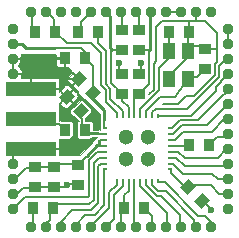
<source format=gbr>
%FSLAX23Y23*%
%MOMM*%
G04 EasyPC Gerber Version 16.0.6 Build 3249 *
%AMT70*0 Rounded Rectangle Pad at angle 0*4,1,12,-0.40000,-0.50000,0.40000,-0.50000,0.43540,-0.48540,0.45000,-0.45000,0.45000,0.45000,0.43540,0.48540,0.40000,0.50000,-0.40000,0.50000,-0.43540,0.48540,-0.45000,0.45000,-0.45000,-0.45000,-0.43540,-0.48540,-0.40000,-0.50000,0*%
%ADD70T70*%
%AMT22*0 Rounded Rectangle Pad at angle 90*4,1,12,0.50000,-0.40000,0.50000,0.40000,0.48540,0.43540,0.45000,0.45000,-0.45000,0.45000,-0.48540,0.43540,-0.50000,0.40000,-0.50000,-0.40000,-0.48540,-0.43540,-0.45000,-0.45000,0.45000,-0.45000,0.48540,-0.43540,0.50000,-0.40000,0*%
%ADD22T22*%
%AMT126*0 Rounded Rectangle Pad at angle 135*4,1,12,0.63640,0.07070,0.07070,0.63640,0.03540,0.65100,0.00000,0.63640,-0.63640,0.00000,-0.65110,-0.03530,-0.63640,-0.07070,-0.07070,-0.63640,-0.03540,-0.65100,0.00000,-0.63640,0.63640,0.00000,0.65110,0.03530,0.63640,0.07070,0*%
%ADD126T126*%
%ADD118R,0.25000X0.40000*%
%ADD123R,1.00000X1.40000*%
%ADD10C,0.10000*%
%ADD80C,0.12700*%
%ADD107C,0.15000*%
%ADD15C,0.25400*%
%ADD99C,0.60000*%
%ADD128C,0.95000*%
%ADD117C,1.30000*%
%ADD119R,0.40000X0.25000*%
%ADD127R,4.20000X1.20000*%
X0Y0D02*
D02*
D10*
X9686Y17375D02*
G75*
G02X9444Y16380I-686J-360D01*
G01*
G75*
G02X9681Y15375I-444J-635*
G01*
X12850*
Y14188*
X13375Y14712*
G75*
G02X13694I160J-160*
G01*
X14435Y13971*
G75*
G02Y13652I-160J-160*
G01*
X13623Y12840*
G75*
G02X13304I-160J160*
G01*
X12900Y13244*
Y11750*
G75*
G02X13034Y11715J-275*
G01*
X13849*
G75*
G02X14040Y11524J-191*
G01*
Y10426*
G75*
G02X13849Y10235I-191*
G01*
X12900*
Y10225*
X12850Y10175*
Y8875*
X14600*
X16073Y10348*
X15723*
G75*
G02X15549Y10235I-174J78*
G01*
X14551*
G75*
G02X14360Y10426J191*
G01*
Y11524*
G75*
G02X14517Y11712I191*
G01*
X13825Y12404*
G75*
G02Y12674I135J135*
G01*
X14601Y13450*
G75*
G02X14871I135J-135*
G01*
X15577Y12744*
G75*
G02Y12474I-135J-135*
G01*
X15072Y11969*
G75*
G02X15075Y11925I-272J-44*
G01*
Y11715*
X15549*
G75*
G02X15740Y11524J-191*
G01*
Y11002*
X16200*
G75*
G02X16300Y10986I0J-327*
G01*
Y12325*
X14500Y14125*
Y14274*
G75*
G02X14354Y14340I14J225*
G01*
X13613Y15081*
G75*
G02Y15400I160J160*
G01*
X14044Y15831*
X13600Y16275*
X12876*
G75*
G02X12650Y16501J226*
G01*
Y17225*
X12500Y17375*
X9686*
G36*
G75*
G02X9444Y16380I-686J-360*
G01*
G75*
G02X9681Y15375I-444J-635*
G01*
X12850*
Y14188*
X13375Y14712*
G75*
G02X13694I160J-160*
G01*
X14435Y13971*
G75*
G02Y13652I-160J-160*
G01*
X13623Y12840*
G75*
G02X13304I-160J160*
G01*
X12900Y13244*
Y11750*
G75*
G02X13034Y11715J-275*
G01*
X13849*
G75*
G02X14040Y11524J-191*
G01*
Y10426*
G75*
G02X13849Y10235I-191*
G01*
X12900*
Y10225*
X12850Y10175*
Y8875*
X14600*
X16073Y10348*
X15723*
G75*
G02X15549Y10235I-174J78*
G01*
X14551*
G75*
G02X14360Y10426J191*
G01*
Y11524*
G75*
G02X14517Y11712I191*
G01*
X13825Y12404*
G75*
G02Y12674I135J135*
G01*
X14601Y13450*
G75*
G02X14871I135J-135*
G01*
X15577Y12744*
G75*
G02Y12474I-135J-135*
G01*
X15072Y11969*
G75*
G02X15075Y11925I-272J-44*
G01*
Y11715*
X15549*
G75*
G02X15740Y11524J-191*
G01*
Y11002*
X16200*
G75*
G02X16300Y10986I0J-327*
G01*
Y12325*
X14500Y14125*
Y14274*
G75*
G02X14354Y14340I14J225*
G01*
X13613Y15081*
G75*
G02Y15400I160J160*
G01*
X14044Y15831*
X13600Y16275*
X12876*
G75*
G02X12650Y16501J226*
G01*
Y17225*
X12500Y17375*
X9686*
G37*
D02*
D15*
X12500Y17925D02*
X10050D01*
X9700Y18275*
X9090*
X9080Y18285*
X9000*
X15200Y8775D02*
X16100Y9675D01*
X16250*
X15751Y13575D02*
X16700Y12626D01*
Y11775*
X16200Y10675D02*
X15350D01*
X15050Y10975*
X16250Y10025D02*
Y9675D01*
X17350Y17725D02*
X17200Y17875D01*
Y20615*
X16820Y20995*
X20500Y17675D02*
Y17775D01*
X20550*
Y17875*
Y20965*
X20580Y20995*
X20630*
X20550Y17875D02*
Y17775D01*
X20500*
Y17675*
D02*
D70*
X10650Y4375D03*
X10850Y19275D03*
X12350Y4375D03*
X12550Y19275D03*
X13350Y10975D03*
X13400Y17075D03*
X14450Y19275D03*
X15050Y10975D03*
X15100Y17075D03*
X16150Y19275D03*
X18400Y4375D03*
X20100D03*
X22150Y19275D03*
X23850Y9675D03*
Y19275D03*
X25550Y9675D03*
D02*
D22*
X10800Y6125D03*
Y7825D03*
X12400Y6125D03*
Y7825D03*
X14500Y6325D03*
Y8025D03*
X18200Y14025D03*
Y15725D03*
Y17725D03*
Y19425D03*
X19600Y14025D03*
Y15725D03*
Y17725D03*
Y19425D03*
X25200Y16125D03*
Y17825D03*
D02*
D80*
X9412Y15745D02*
X9789D01*
X9412Y17015D02*
X9789D01*
X10450Y15012D02*
Y15389D01*
X12486Y9395D02*
X12864D01*
X12486Y14475D02*
X12864D01*
X13014Y17075D02*
X12636D01*
X13190Y13467D02*
X12924Y13201D01*
X13226Y14049D02*
X12959Y14316D01*
X13400Y16639D02*
Y16262D01*
X13772Y13503D02*
X14039Y13236D01*
X13808Y14085D02*
X14074Y14351D01*
X14240Y14967D02*
X13974Y14701D01*
X14276Y15549D02*
X14009Y15816D01*
D02*
D99*
X10400Y15875D03*
X12300Y15775D03*
X12350Y16975D03*
X13200Y9275D03*
X13400Y15475D03*
X13500Y6275D03*
X15200Y9775D03*
X16000Y11875D03*
X17950Y16675D03*
X19800D03*
X25750Y4176D03*
D02*
D107*
X9000Y6855D02*
X9130D01*
X10050Y7775*
X10750*
X10800Y7825*
X9000Y8085D02*
Y9175D01*
X9200Y9375*
X10310Y9395*
X13020*
X13400Y9775*
X15200*
X9000Y17015D02*
Y15745D01*
X10450Y11935D02*
Y11475D01*
X12900*
X13400Y10975*
X13350*
X10650Y4375D02*
Y2955D01*
X10470Y2775*
X10800Y6125D02*
Y6075D01*
X9780*
X9200Y5495*
X9000*
Y5585*
X10800Y7825D02*
X12500D01*
X12450Y7775*
Y7675*
X12900Y8125*
X14550*
X15200Y8775*
X10850Y19275D02*
X10550D01*
Y20615*
X10470Y20695*
Y20995*
X11740Y2775D02*
Y3075D01*
X11800*
X12100Y3375*
Y4225*
X12250Y4375*
X12350*
X11740Y2775D02*
X11840Y2875D01*
X11900*
X12400Y6125D02*
X10800D01*
X12400D02*
X13350D01*
X13500Y6275*
X12550Y19275D02*
X13500Y18325D01*
X15600*
X16400Y17525*
Y14775*
X16800Y14375*
Y13325*
X17750Y12375*
Y12125*
X12550Y19275D02*
X12400Y19425D01*
Y20335*
X11740Y20995*
X13400Y15475D02*
X13500D01*
X13700Y15275*
X14600*
X14500Y15475*
Y15276*
X14549*
X13400Y17075D02*
X13050D01*
Y16975*
X12350*
X14450Y19275D02*
X14700D01*
Y20075*
X15600Y20975*
X15550*
Y20995*
X14500Y6425D02*
Y6375D01*
X13500*
Y6275*
X15050Y10975D02*
X14800D01*
Y11925*
X14251Y12474*
X14501*
X15100Y17075D02*
Y17575D01*
X14750Y17925*
X12500*
X15751Y14074D02*
Y16425D01*
X15100Y17076*
Y17075*
X15751Y14074D02*
Y13575D01*
X16250Y9675D02*
X16300Y9625D01*
X16750*
X16700Y11775D02*
Y11175D01*
X16750Y11125*
Y7625D02*
X16700D01*
Y4575*
X15900Y3775*
X15100*
X14280Y2955*
Y2775*
X16750Y8125D02*
X16450D01*
X16200Y7875*
Y4775*
X15600Y4175*
X14000*
X13000Y3175*
Y3165*
X13010Y3155*
Y2775*
X16750Y8625D02*
X16250D01*
X15800Y8175*
Y5075*
X15400Y4675*
X12650*
X12350Y4375*
X16750Y9125D02*
X16100D01*
X15400Y8425*
Y5375*
X15300Y5275*
X10000*
X9000Y4275*
X16750Y10125D02*
X16350D01*
X16250Y10025*
X16750Y10625D02*
X16250D01*
X16200Y10675*
X16750Y11125D02*
X16700D01*
X17750Y6625D02*
Y6325D01*
X17100Y5675*
Y4375*
X15800Y3075*
X15550*
Y2775*
X18090D02*
Y4065D01*
X18400Y4375*
X18100Y15725D02*
X17950D01*
Y16675*
X18200Y14025D02*
X18300D01*
Y13975*
X17300Y14975*
Y17675*
X17350Y17725*
X18200D02*
X17350D01*
X18200Y19425D02*
Y20885D01*
X18090Y20995*
X18250Y6625D02*
Y6225D01*
X17500Y5475*
Y3425*
X16850Y2775*
X16820*
X18250Y12125D02*
Y12575D01*
X17200Y13625*
Y14475*
X16800Y14875*
Y17675*
X16150Y18325*
Y19275*
X18400Y4375D02*
Y5475D01*
X18750Y5825*
Y6625*
Y12125D02*
Y12875D01*
X18200Y13425*
Y14025*
X19250Y6625D02*
Y2885D01*
X19360Y2775*
X19250Y12125D02*
Y13725D01*
X19550Y14025*
X19600*
X19650Y14075*
X19700*
X20500Y14875*
Y17675*
X19600Y17725D02*
X20450D01*
X20500Y17675*
X19600Y19425D02*
Y20755D01*
X19360Y20995*
X19800Y16675D02*
Y15925D01*
X19600Y15725*
X20100Y4375D02*
Y4325D01*
X20700Y3725*
Y2845*
X20630Y2775*
X20250Y6625D02*
Y6325D01*
X21200Y5375*
X21500*
X23100Y3775*
Y2685*
X23170Y2715*
Y2775*
X20750Y6625D02*
Y6275D01*
X21250Y5775*
X21900*
X24300Y3375*
Y2915*
X24440Y2775*
X20750Y12125D02*
Y12475D01*
X21050Y12775*
X23700*
X26400Y15475*
Y16375*
X26870Y16845*
X27090*
X27180Y16935*
X21250Y12125D02*
Y12175D01*
X24050*
X26150Y14275*
Y14625*
X26590Y15065*
Y15075*
X21900Y2775D02*
X22000Y2875D01*
Y3975*
X19750Y6225*
Y6625*
X22100Y13175D02*
X21700D01*
X22150Y17675D02*
Y17075D01*
X21300Y16225*
Y14325*
X19750Y12775*
Y12125*
X22150Y19275D02*
Y17675D01*
X22200Y13175D02*
X22100D01*
X22200D02*
X22100D01*
X22250Y7625D02*
X22350D01*
Y7325*
X23549Y6126*
X23599*
Y6275*
X25700*
X26450Y5525*
X26960*
X26980Y5505*
X27180*
X22250Y8125D02*
X22500D01*
X23350Y7275*
X25800*
X26300Y6775*
X27180*
X22250Y8625D02*
X22800D01*
X23550Y7875*
X27010*
X27180Y8045*
X22250Y9125D02*
X22950D01*
X23500Y8575*
X26300*
X27040Y9315*
X27180*
X22250Y9625D02*
X23850D01*
Y9675*
X22250Y10125D02*
X22700D01*
X23400Y10825*
X25800*
X26830Y11855*
X27180*
X22250Y10625D02*
X22550D01*
X23300Y11375*
X25430*
X27180Y13125*
X23170Y20995D02*
X21900D01*
X23750Y15275D02*
X23800D01*
X22700Y13775*
X21450*
X20250Y12575*
Y12125*
X23750Y17675D02*
X23600D01*
Y16975*
X22000Y15375*
X22150*
Y15275*
X23800Y20175D02*
X24500D01*
X23800D02*
X21600D01*
X21100Y19675*
Y16775*
X20900Y16575*
Y14375*
X20500Y13975*
X23850Y19275D02*
Y20125D01*
X23800Y20175*
X23850Y19275D02*
X23750D01*
Y17675*
X24500Y20175D02*
Y20935D01*
X24440Y20995*
X24500Y20175D02*
X25200D01*
X26200Y19175*
Y18275*
X24801Y4874D02*
X24950D01*
Y5075*
X25751Y4275*
X25750*
Y4176*
X25200Y16125D02*
X24550Y15475D01*
X23950*
X23750Y15275*
X25200Y17825D02*
X26200D01*
Y18275*
X25200Y17825D02*
Y18075D01*
X24300*
X23650Y17675*
X23750*
X25550Y9675D02*
Y9475D01*
X25300*
X26210Y10385*
X27180*
Y10585*
X25710Y2775D02*
Y2565D01*
X25810*
Y3115*
X25250Y3675*
X24650*
X21800Y6525*
X21250*
Y6625*
X26200Y18275D02*
Y16725D01*
X26050Y16575*
Y15625*
X24300Y13875*
X23600*
X22900Y13175*
X22200*
X26590Y15075D02*
X27180Y15665D01*
Y14395D02*
Y14325D01*
X26900Y14045*
X26870*
X24600Y11775*
X23100*
X22450Y11125*
X22250*
X27180Y19475D02*
Y18205D01*
D02*
D117*
X18500Y8475D03*
Y10375D03*
X20400Y8475D03*
Y10375D03*
D02*
D118*
X17750Y6625D03*
Y12125D03*
X18250Y6625D03*
Y12125D03*
X18750Y6625D03*
Y12125D03*
X19250Y6625D03*
Y12125D03*
X19750Y6625D03*
Y12125D03*
X20250Y6625D03*
Y12125D03*
X20750Y6625D03*
Y12125D03*
X21250Y6625D03*
Y12125D03*
D02*
D119*
X16750Y7625D03*
Y8125D03*
Y8625D03*
Y9125D03*
Y9625D03*
Y10125D03*
Y10625D03*
Y11125D03*
X22250Y7625D03*
Y8125D03*
Y8625D03*
Y9125D03*
Y9625D03*
Y10125D03*
Y10625D03*
Y11125D03*
D02*
D123*
X22150Y15275D03*
Y17675D03*
X23750Y15275D03*
Y17675D03*
D02*
D126*
X13499Y13776D03*
X14549Y15276D03*
X14701Y12574D03*
X15751Y14074D03*
X23799Y6176D03*
X25001Y4974D03*
D02*
D127*
X10450Y9395D03*
Y11935D03*
Y14475D03*
D02*
D128*
X9000Y4315D03*
Y5585D03*
Y6855D03*
Y8125D03*
Y15745D03*
Y17015D03*
Y18285D03*
Y19555D03*
X10470Y2775D03*
Y20995D03*
X11740Y2775D03*
Y20995D03*
X13010Y2775D03*
Y20995D03*
X14280Y2775D03*
Y20995D03*
X15550Y2775D03*
Y20995D03*
X16820Y2775D03*
Y20995D03*
X18090Y2775D03*
Y20995D03*
X19360Y2775D03*
Y20995D03*
X20630Y2775D03*
Y20995D03*
X21900Y2775D03*
Y20995D03*
X23170Y2775D03*
Y20995D03*
X24440Y2775D03*
Y20995D03*
X25710Y2775D03*
Y20995D03*
X27180Y4235D03*
Y5505D03*
Y6775D03*
Y8045D03*
Y9315D03*
Y10585D03*
Y11855D03*
Y13125D03*
Y14395D03*
Y15665D03*
Y16935D03*
Y18205D03*
Y19475D03*
X0Y0D02*
M02*

</source>
